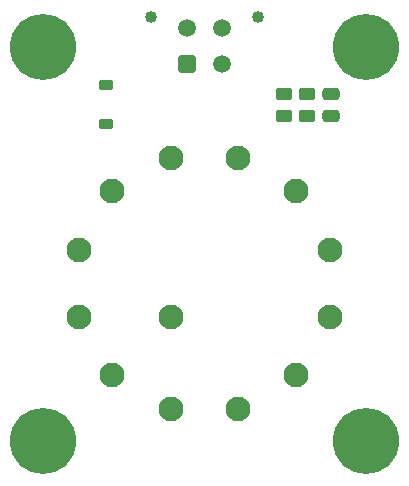
<source format=gbr>
%TF.GenerationSoftware,KiCad,Pcbnew,9.0.4*%
%TF.CreationDate,2026-01-01T20:18:17+00:00*%
%TF.ProjectId,rotary-switch,726f7461-7279-42d7-9377-697463682e6b,rev?*%
%TF.SameCoordinates,Original*%
%TF.FileFunction,Soldermask,Bot*%
%TF.FilePolarity,Negative*%
%FSLAX46Y46*%
G04 Gerber Fmt 4.6, Leading zero omitted, Abs format (unit mm)*
G04 Created by KiCad (PCBNEW 9.0.4) date 2026-01-01 20:18:17*
%MOMM*%
%LPD*%
G01*
G04 APERTURE LIST*
G04 Aperture macros list*
%AMRoundRect*
0 Rectangle with rounded corners*
0 $1 Rounding radius*
0 $2 $3 $4 $5 $6 $7 $8 $9 X,Y pos of 4 corners*
0 Add a 4 corners polygon primitive as box body*
4,1,4,$2,$3,$4,$5,$6,$7,$8,$9,$2,$3,0*
0 Add four circle primitives for the rounded corners*
1,1,$1+$1,$2,$3*
1,1,$1+$1,$4,$5*
1,1,$1+$1,$6,$7*
1,1,$1+$1,$8,$9*
0 Add four rect primitives between the rounded corners*
20,1,$1+$1,$2,$3,$4,$5,0*
20,1,$1+$1,$4,$5,$6,$7,0*
20,1,$1+$1,$6,$7,$8,$9,0*
20,1,$1+$1,$8,$9,$2,$3,0*%
G04 Aperture macros list end*
%ADD10C,1.500000*%
%ADD11RoundRect,0.250001X-0.499999X-0.499999X0.499999X-0.499999X0.499999X0.499999X-0.499999X0.499999X0*%
%ADD12C,1.020000*%
%ADD13RoundRect,0.250000X-0.475000X0.250000X-0.475000X-0.250000X0.475000X-0.250000X0.475000X0.250000X0*%
%ADD14RoundRect,0.250000X0.450000X-0.262500X0.450000X0.262500X-0.450000X0.262500X-0.450000X-0.262500X0*%
%ADD15C,5.600000*%
%ADD16RoundRect,0.250000X-0.450000X0.262500X-0.450000X-0.262500X0.450000X-0.262500X0.450000X0.262500X0*%
%ADD17RoundRect,0.225000X0.375000X-0.225000X0.375000X0.225000X-0.375000X0.225000X-0.375000X-0.225000X0*%
%ADD18C,2.100000*%
G04 APERTURE END LIST*
D10*
%TO.C,J1*%
X112694001Y-35670002D03*
X109694007Y-35669994D03*
X112694003Y-38670010D03*
D11*
X109693997Y-38670000D03*
D12*
X115693996Y-34729998D03*
X106693997Y-34730000D03*
%TD*%
D13*
%TO.C,C1*%
X121899998Y-41200002D03*
X121900002Y-43099998D03*
%TD*%
D14*
%TO.C,R12*%
X117900000Y-43062487D03*
X117900000Y-41237513D03*
%TD*%
D15*
%TO.C,H3*%
X97517220Y-70632780D03*
%TD*%
%TO.C,H4*%
X124892220Y-70632780D03*
%TD*%
%TO.C,H2*%
X124917220Y-37257780D03*
%TD*%
%TO.C,H1*%
X97517220Y-37257780D03*
%TD*%
D16*
%TO.C,R13*%
X119850000Y-41237509D03*
X119850000Y-43062491D03*
%TD*%
D17*
%TO.C,D1*%
X102900003Y-43800004D03*
X102899997Y-40499996D03*
%TD*%
D18*
%TO.C,SW1*%
X108347000Y-67875000D03*
X103416000Y-65028000D03*
X100569000Y-60097000D03*
X100569000Y-54403000D03*
X103416000Y-49472000D03*
X108347000Y-46625000D03*
X114041000Y-46625000D03*
X118972000Y-49472000D03*
X121819000Y-54403000D03*
X121819000Y-60097000D03*
X118972000Y-65028000D03*
X114041000Y-67875000D03*
X108366000Y-60078000D03*
%TD*%
M02*

</source>
